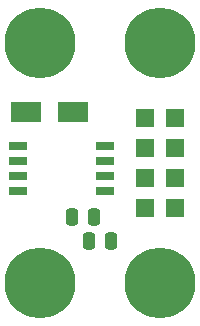
<source format=gbr>
%TF.GenerationSoftware,KiCad,Pcbnew,7.0.5.1-1-g8f565ef7f0-dirty-deb11*%
%TF.CreationDate,2023-07-09T22:52:34+00:00*%
%TF.ProjectId,FRAM01,4652414d-3031-42e6-9b69-6361645f7063,rev?*%
%TF.SameCoordinates,Original*%
%TF.FileFunction,Soldermask,Bot*%
%TF.FilePolarity,Negative*%
%FSLAX46Y46*%
G04 Gerber Fmt 4.6, Leading zero omitted, Abs format (unit mm)*
G04 Created by KiCad (PCBNEW 7.0.5.1-1-g8f565ef7f0-dirty-deb11) date 2023-07-09 22:52:34*
%MOMM*%
%LPD*%
G01*
G04 APERTURE LIST*
G04 Aperture macros list*
%AMRoundRect*
0 Rectangle with rounded corners*
0 $1 Rounding radius*
0 $2 $3 $4 $5 $6 $7 $8 $9 X,Y pos of 4 corners*
0 Add a 4 corners polygon primitive as box body*
4,1,4,$2,$3,$4,$5,$6,$7,$8,$9,$2,$3,0*
0 Add four circle primitives for the rounded corners*
1,1,$1+$1,$2,$3*
1,1,$1+$1,$4,$5*
1,1,$1+$1,$6,$7*
1,1,$1+$1,$8,$9*
0 Add four rect primitives between the rounded corners*
20,1,$1+$1,$2,$3,$4,$5,0*
20,1,$1+$1,$4,$5,$6,$7,0*
20,1,$1+$1,$6,$7,$8,$9,0*
20,1,$1+$1,$8,$9,$2,$3,0*%
G04 Aperture macros list end*
%ADD10C,6.000000*%
%ADD11R,1.524000X1.524000*%
%ADD12R,1.650000X0.650000*%
%ADD13R,2.500000X1.800000*%
%ADD14RoundRect,0.250000X0.250000X0.475000X-0.250000X0.475000X-0.250000X-0.475000X0.250000X-0.475000X0*%
G04 APERTURE END LIST*
D10*
%TO.C,M4*%
X147320000Y-96520000D03*
%TD*%
%TO.C,M1*%
X137160000Y-76200000D03*
%TD*%
%TO.C,M3*%
X147320000Y-76200000D03*
%TD*%
D11*
%TO.C,J2*%
X146050000Y-82550000D03*
X148590000Y-82550000D03*
X146050000Y-85090000D03*
X148590000Y-85090000D03*
X146050000Y-87630000D03*
X148590000Y-87630000D03*
X146050000Y-90170000D03*
X148590000Y-90170000D03*
%TD*%
D10*
%TO.C,M2*%
X137160000Y-96520000D03*
%TD*%
D12*
%TO.C,IC1*%
X135263000Y-88773000D03*
X135263000Y-87503000D03*
X135263000Y-86233000D03*
X135263000Y-84963000D03*
X142613000Y-84963000D03*
X142613000Y-86233000D03*
X142613000Y-87503000D03*
X142613000Y-88773000D03*
%TD*%
D13*
%TO.C,D1*%
X139922000Y-82042000D03*
X135922000Y-82042000D03*
%TD*%
D14*
%TO.C,C1*%
X143190000Y-92964000D03*
X141290000Y-92964000D03*
%TD*%
%TO.C,C2*%
X141732000Y-90932000D03*
X139832000Y-90932000D03*
%TD*%
M02*

</source>
